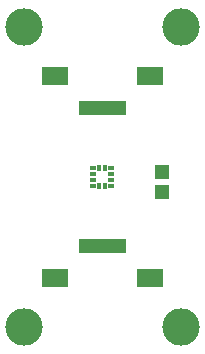
<source format=gbr>
%TF.GenerationSoftware,Novarm,DipTrace,3.3.0.1*%
%TF.CreationDate,2018-11-14T10:23:02-08:00*%
%FSLAX26Y26*%
%MOIN*%
%TF.FileFunction,Soldermask,Top*%
%TF.Part,Single*%
%AMOUTLINE1*
4,1,4,
0.009846,-0.023625,
-0.009846,-0.023625,
-0.009846,0.023625,
0.009846,0.023625,
0.009846,-0.023625,
0*%
%AMOUTLINE4*
4,1,4,
0.04331,-0.029531,
-0.04331,-0.029531,
-0.04331,0.029531,
0.04331,0.029531,
0.04331,-0.029531,
0*%
%ADD22C,0.125*%
%ADD26R,0.017723X0.018707*%
%ADD28R,0.018707X0.017723*%
%ADD30R,0.04725X0.051187*%
%ADD35OUTLINE1*%
%ADD38OUTLINE4*%
G75*
G01*
%LPD*%
D30*
X968700Y956200D3*
Y1023129D3*
D28*
X738680Y1035728D3*
Y1016043D3*
Y996357D3*
Y976672D3*
D26*
X758857Y976180D3*
X778543Y976200D3*
D28*
X798720Y976672D3*
Y996357D3*
Y1016043D3*
Y1035728D3*
D26*
X778543Y1036220D3*
X758857D3*
D35*
X837598Y1236515D3*
X817913D3*
X798228D3*
X778543D3*
X758857D3*
X739172D3*
X719487D3*
X699802D3*
D38*
X928149Y1342814D3*
X609251D3*
D35*
X699802Y775885D3*
X719487D3*
X739172D3*
X758857D3*
X778543D3*
X798228D3*
X817913D3*
X837598D3*
D38*
X609251Y669586D3*
X928149D3*
D22*
X506200Y1506200D3*
X1031200D3*
X506200Y506200D3*
X1031200D3*
M02*

</source>
